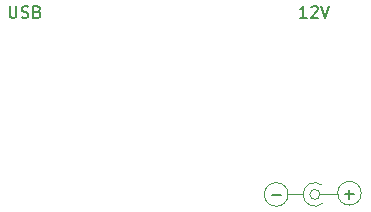
<source format=gto>
G04 #@! TF.GenerationSoftware,KiCad,Pcbnew,(5.1.10)-1*
G04 #@! TF.CreationDate,2022-01-19T22:44:00+01:00*
G04 #@! TF.ProjectId,ELPanelBack,454c5061-6e65-46c4-9261-636b2e6b6963,3.0*
G04 #@! TF.SameCoordinates,Original*
G04 #@! TF.FileFunction,Legend,Top*
G04 #@! TF.FilePolarity,Positive*
%FSLAX46Y46*%
G04 Gerber Fmt 4.6, Leading zero omitted, Abs format (unit mm)*
G04 Created by KiCad (PCBNEW (5.1.10)-1) date 2022-01-19 22:44:00*
%MOMM*%
%LPD*%
G01*
G04 APERTURE LIST*
%ADD10C,0.120000*%
%ADD11C,0.150000*%
%ADD12C,2.200000*%
G04 APERTURE END LIST*
D10*
X167200000Y-104800000D02*
X168500000Y-104800000D01*
D11*
X143638095Y-88852380D02*
X143638095Y-89661904D01*
X143685714Y-89757142D01*
X143733333Y-89804761D01*
X143828571Y-89852380D01*
X144019047Y-89852380D01*
X144114285Y-89804761D01*
X144161904Y-89757142D01*
X144209523Y-89661904D01*
X144209523Y-88852380D01*
X144638095Y-89804761D02*
X144780952Y-89852380D01*
X145019047Y-89852380D01*
X145114285Y-89804761D01*
X145161904Y-89757142D01*
X145209523Y-89661904D01*
X145209523Y-89566666D01*
X145161904Y-89471428D01*
X145114285Y-89423809D01*
X145019047Y-89376190D01*
X144828571Y-89328571D01*
X144733333Y-89280952D01*
X144685714Y-89233333D01*
X144638095Y-89138095D01*
X144638095Y-89042857D01*
X144685714Y-88947619D01*
X144733333Y-88900000D01*
X144828571Y-88852380D01*
X145066666Y-88852380D01*
X145209523Y-88900000D01*
X145971428Y-89328571D02*
X146114285Y-89376190D01*
X146161904Y-89423809D01*
X146209523Y-89519047D01*
X146209523Y-89661904D01*
X146161904Y-89757142D01*
X146114285Y-89804761D01*
X146019047Y-89852380D01*
X145638095Y-89852380D01*
X145638095Y-88852380D01*
X145971428Y-88852380D01*
X146066666Y-88900000D01*
X146114285Y-88947619D01*
X146161904Y-89042857D01*
X146161904Y-89138095D01*
X146114285Y-89233333D01*
X146066666Y-89280952D01*
X145971428Y-89328571D01*
X145638095Y-89328571D01*
X168780952Y-89852380D02*
X168209523Y-89852380D01*
X168495238Y-89852380D02*
X168495238Y-88852380D01*
X168400000Y-88995238D01*
X168304761Y-89090476D01*
X168209523Y-89138095D01*
X169161904Y-88947619D02*
X169209523Y-88900000D01*
X169304761Y-88852380D01*
X169542857Y-88852380D01*
X169638095Y-88900000D01*
X169685714Y-88947619D01*
X169733333Y-89042857D01*
X169733333Y-89138095D01*
X169685714Y-89280952D01*
X169114285Y-89852380D01*
X169733333Y-89852380D01*
X170019047Y-88852380D02*
X170352380Y-89852380D01*
X170685714Y-88852380D01*
D10*
X169895010Y-104800000D02*
X171400000Y-104800000D01*
X169895010Y-104800000D02*
G75*
G03*
X169895010Y-104800000I-424263J0D01*
G01*
X167200000Y-104800000D02*
G75*
G03*
X167200000Y-104800000I-1000000J0D01*
G01*
D11*
X165819047Y-104871428D02*
X166580952Y-104871428D01*
D10*
X170129252Y-105552575D02*
G75*
G02*
X170070746Y-104000000I-658505J752575D01*
G01*
D11*
X172019047Y-104771428D02*
X172780952Y-104771428D01*
X172400000Y-105152380D02*
X172400000Y-104390476D01*
D10*
X173400000Y-104700000D02*
G75*
G03*
X173400000Y-104700000I-1000000J0D01*
G01*
%LPC*%
D12*
X133750000Y-105250000D03*
X178850000Y-105250000D03*
X178850000Y-90350000D03*
X133750000Y-90350000D03*
M02*

</source>
